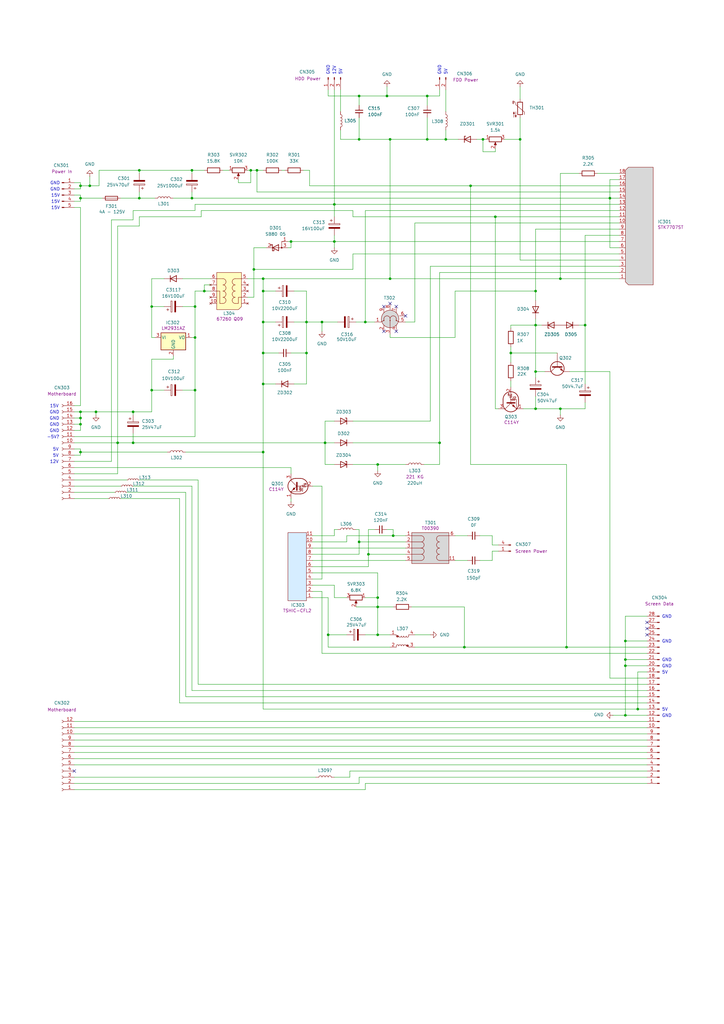
<source format=kicad_sch>
(kicad_sch (version 20250114) (generator "eeschema") (generator_version "9.0")
  (paper "A3" portrait)
  (title_block (title "ZA-M5"))
  (text "5V" (at 271.526 291.084 0) (effects (font (size 1.27 1.27)) (justify left)))
  (text "GND" (at 134.62 30.734 90) (effects (font (size 1.27 1.27)) (justify left)))
  (text "GND" (at 24.384 174.244 0) (effects (font (size 1.27 1.27)) (justify right)))
  (text "GND" (at 24.384 169.164 0) (effects (font (size 1.27 1.27)) (justify right)))
  (text "GND" (at 24.638 75.184 0) (effects (font (size 1.27 1.27)) (justify right)))
  (text "15V" (at 24.638 82.804 0) (effects (font (size 1.27 1.27)) (justify right)))
  (text "-5V?" (at 24.384 179.324 0) (effects (font (size 1.27 1.27)) (justify right)))
  (text "GND" (at 24.638 77.724 0) (effects (font (size 1.27 1.27)) (justify right)))
  (text "GND" (at 24.384 171.704 0) (effects (font (size 1.27 1.27)) (justify right)))
  (text "12V" (at 24.13 189.484 0) (effects (font (size 1.27 1.27)) (justify right)))
  (text "15V" (at 24.638 85.344 0) (effects (font (size 1.27 1.27)) (justify right)))
  (text "5V" (at 24.13 186.944 0) (effects (font (size 1.27 1.27)) (justify right)))
  (text "5V" (at 182.88 30.734 90) (effects (font (size 1.27 1.27)) (justify left)))
  (text "GND" (at 271.526 263.144 0) (effects (font (size 1.27 1.27)) (justify left)))
  (text "GND" (at 271.526 293.624 0) (effects (font (size 1.27 1.27)) (justify left)))
  (text "15V" (at 24.638 80.264 0) (effects (font (size 1.27 1.27)) (justify right)))
  (text "GND" (at 24.384 176.784 0) (effects (font (size 1.27 1.27)) (justify right)))
  (text "GND" (at 271.526 252.984 0) (effects (font (size 1.27 1.27)) (justify left)))
  (text "5V" (at 139.7 30.734 90) (effects (font (size 1.27 1.27)) (justify left)))
  (text "12V" (at 137.16 30.734 90) (effects (font (size 1.27 1.27)) (justify left)))
  (text "5V" (at 24.13 184.404 0) (effects (font (size 1.27 1.27)) (justify right)))
  (text "15V" (at 24.13 166.624 0) (effects (font (size 1.27 1.27)) (justify right)))
  (text "GND" (at 271.526 273.304 0) (effects (font (size 1.27 1.27)) (justify left)))
  (text "5V" (at 271.526 275.844 0) (effects (font (size 1.27 1.27)) (justify left)))
  (text "GND" (at 180.34 30.734 90) (effects (font (size 1.27 1.27)) (justify left)))
  (text "GND" (at 271.526 270.764 0) (effects (font (size 1.27 1.27)) (justify left)))
  (junction (at 125.73 144.78))
  (junction (at 240.03 133.35))
  (junction (at 119.38 99.06))
  (junction (at 213.36 57.15))
  (junction (at 154.94 190.5))
  (junction (at 54.61 181.61))
  (junction (at 256.54 270.51))
  (junction (at 219.71 119.38))
  (junction (at 193.04 76.2))
  (junction (at 83.82 119.38))
  (junction (at 154.94 245.11))
  (junction (at 80.01 160.02))
  (junction (at 147.32 39.37))
  (junction (at 175.26 39.37))
  (junction (at 229.87 114.3))
  (junction (at 48.26 181.61))
  (junction (at 256.54 293.37))
  (junction (at 229.87 167.64))
  (junction (at 147.32 57.15))
  (junction (at 107.95 119.38))
  (junction (at 203.2 88.9))
  (junction (at 250.19 81.28))
  (junction (at 102.87 69.85))
  (junction (at 182.88 57.15))
  (junction (at 180.34 181.61))
  (junction (at 149.86 132.08))
  (junction (at 232.41 265.43))
  (junction (at 134.62 260.35))
  (junction (at 261.62 290.83))
  (junction (at 80.01 125.73))
  (junction (at 190.5 265.43))
  (junction (at 57.15 81.28))
  (junction (at 54.61 168.91))
  (junction (at 256.54 273.05))
  (junction (at 209.55 144.78))
  (junction (at 219.71 133.35))
  (junction (at 161.29 219.71))
  (junction (at 133.35 181.61))
  (junction (at 39.37 168.91))
  (junction (at 78.74 81.28))
  (junction (at 198.12 57.15))
  (junction (at 132.08 132.08))
  (junction (at 33.02 171.45))
  (junction (at 147.32 222.25))
  (junction (at 107.95 157.48))
  (junction (at 107.95 185.42))
  (junction (at 78.74 69.85))
  (junction (at 33.02 185.42))
  (junction (at 107.95 114.3))
  (junction (at 33.02 173.99))
  (junction (at 175.26 57.15))
  (junction (at 154.94 260.35))
  (junction (at 105.41 69.85))
  (junction (at 219.71 152.4))
  (junction (at 33.02 76.2))
  (junction (at 160.02 57.15))
  (junction (at 154.94 248.92))
  (junction (at 219.71 167.64))
  (junction (at 151.13 227.33))
  (junction (at 107.95 132.08))
  (junction (at 57.15 69.85))
  (junction (at 125.73 132.08))
  (junction (at 107.95 144.78))
  (junction (at 256.54 262.89))
  (junction (at 160.02 114.3))
  (junction (at 62.23 125.73))
  (junction (at 33.02 168.91))
  (junction (at 36.83 76.2))
  (junction (at 104.14 110.49))
  (junction (at 137.16 83.82))
  (junction (at 80.01 138.43))
  (junction (at 158.75 39.37))
  (junction (at 137.16 99.06))
  (junction (at 62.23 160.02))
  (junction (at 33.02 81.28))
  (no_connect (at 265.43 257.81))
  (no_connect (at 30.48 316.23))
  (no_connect (at 162.56 135.89))
  (no_connect (at 160.02 124.46))
  (no_connect (at 265.43 260.35))
  (no_connect (at 162.56 125.73))
  (no_connect (at 157.48 135.89))
  (no_connect (at 166.37 129.54))
  (no_connect (at 157.48 125.73))
  (no_connect (at 265.43 255.27))
  (wire (pts (xy 54.61 181.61) (xy 133.35 181.61)))
  (wire (pts (xy 30.48 300.99) (xy 265.43 300.99)))
  (wire (pts (xy 154.94 190.5) (xy 166.37 190.5)))
  (wire (pts (xy 219.71 133.35) (xy 219.71 152.4)))
  (wire (pts (xy 265.43 283.21) (xy 78.74 283.21)))
  (wire (pts (xy 39.37 168.91) (xy 39.37 170.18)))
  (wire (pts (xy 147.32 39.37) (xy 147.32 43.18)))
  (wire (pts (xy 137.16 99.06) (xy 254 99.06)))
  (wire (pts (xy 201.93 226.06) (xy 204.47 226.06)))
  (wire (pts (xy 119.38 191.77) (xy 119.38 194.31)))
  (wire (pts (xy 170.18 91.44) (xy 254 91.44)))
  (wire (pts (xy 219.71 162.56) (xy 219.71 167.64)))
  (wire (pts (xy 149.86 86.36) (xy 149.86 132.08)))
  (wire (pts (xy 137.16 318.77) (xy 143.51 318.77)))
  (wire (pts (xy 251.46 293.37) (xy 256.54 293.37)))
  (wire (pts (xy 137.16 245.11) (xy 142.24 245.11)))
  (wire (pts (xy 128.27 245.11) (xy 134.62 245.11)))
  (wire (pts (xy 170.18 91.44) (xy 170.18 132.08)))
  (wire (pts (xy 107.95 290.83) (xy 261.62 290.83)))
  (wire (pts (xy 133.35 172.72) (xy 137.16 172.72)))
  (wire (pts (xy 80.01 160.02) (xy 80.01 179.07)))
  (wire (pts (xy 160.02 265.43) (xy 134.62 265.43)))
  (wire (pts (xy 33.02 85.09) (xy 30.48 85.09)))
  (wire (pts (xy 119.38 99.06) (xy 137.16 99.06)))
  (wire (pts (xy 128.27 242.57) (xy 132.08 242.57)))
  (wire (pts (xy 101.6 121.92) (xy 104.14 121.92)))
  (wire (pts (xy 203.2 60.96) (xy 203.2 62.23)))
  (wire (pts (xy 33.02 184.15) (xy 33.02 185.42)))
  (wire (pts (xy 144.78 86.36) (xy 82.55 86.36)))
  (wire (pts (xy 151.13 217.17) (xy 151.13 227.33)))
  (wire (pts (xy 245.11 71.12) (xy 254 71.12)))
  (wire (pts (xy 74.93 160.02) (xy 80.01 160.02)))
  (wire (pts (xy 30.48 176.53) (xy 33.02 176.53)))
  (wire (pts (xy 107.95 157.48) (xy 113.03 157.48)))
  (wire (pts (xy 97.79 74.93) (xy 102.87 74.93)))
  (wire (pts (xy 48.26 92.71) (xy 48.26 181.61)))
  (wire (pts (xy 116.84 69.85) (xy 115.57 69.85)))
  (wire (pts (xy 256.54 293.37) (xy 265.43 293.37)))
  (wire (pts (xy 256.54 262.89) (xy 265.43 262.89)))
  (wire (pts (xy 160.02 114.3) (xy 229.87 114.3)))
  (wire (pts (xy 132.08 237.49) (xy 128.27 237.49)))
  (wire (pts (xy 73.66 288.29) (xy 265.43 288.29)))
  (wire (pts (xy 137.16 217.17) (xy 138.43 217.17)))
  (wire (pts (xy 30.48 308.61) (xy 265.43 308.61)))
  (wire (pts (xy 134.62 265.43) (xy 134.62 260.35)))
  (wire (pts (xy 261.62 275.59) (xy 261.62 290.83)))
  (wire (pts (xy 30.48 298.45) (xy 265.43 298.45)))
  (wire (pts (xy 33.02 76.2) (xy 36.83 76.2)))
  (wire (pts (xy 149.86 260.35) (xy 154.94 260.35)))
  (wire (pts (xy 30.48 186.69) (xy 33.02 186.69)))
  (wire (pts (xy 254 106.68) (xy 213.36 106.68)))
  (wire (pts (xy 45.72 90.17) (xy 45.72 189.23)))
  (wire (pts (xy 30.48 181.61) (xy 48.26 181.61)))
  (wire (pts (xy 201.93 226.06) (xy 201.93 229.87)))
  (wire (pts (xy 62.23 114.3) (xy 62.23 125.73)))
  (wire (pts (xy 125.73 132.08) (xy 125.73 144.78)))
  (wire (pts (xy 213.36 35.56) (xy 213.36 40.64)))
  (wire (pts (xy 147.32 318.77) (xy 265.43 318.77)))
  (wire (pts (xy 265.43 275.59) (xy 261.62 275.59)))
  (wire (pts (xy 78.74 69.85) (xy 78.74 71.12)))
  (wire (pts (xy 203.2 62.23) (xy 198.12 62.23)))
  (wire (pts (xy 250.19 101.6) (xy 254 101.6)))
  (wire (pts (xy 240.03 165.1) (xy 240.03 167.64)))
  (wire (pts (xy 128.27 240.03) (xy 137.16 240.03)))
  (wire (pts (xy 219.71 152.4) (xy 223.52 152.4)))
  (wire (pts (xy 146.05 132.08) (xy 149.86 132.08)))
  (wire (pts (xy 119.38 101.6) (xy 119.38 99.06)))
  (wire (pts (xy 102.87 69.85) (xy 102.87 74.93)))
  (wire (pts (xy 154.94 190.5) (xy 154.94 193.04)))
  (wire (pts (xy 104.14 101.6) (xy 104.14 110.49)))
  (wire (pts (xy 201.93 219.71) (xy 201.93 223.52)))
  (wire (pts (xy 232.41 190.5) (xy 232.41 265.43)))
  (wire (pts (xy 134.62 36.83) (xy 134.62 39.37)))
  (wire (pts (xy 107.95 114.3) (xy 160.02 114.3)))
  (wire (pts (xy 196.85 219.71) (xy 201.93 219.71)))
  (wire (pts (xy 33.02 185.42) (xy 33.02 186.69)))
  (wire (pts (xy 105.41 78.74) (xy 105.41 69.85)))
  (wire (pts (xy 180.34 190.5) (xy 173.99 190.5)))
  (wire (pts (xy 256.54 270.51) (xy 256.54 262.89)))
  (wire (pts (xy 182.88 57.15) (xy 187.96 57.15)))
  (wire (pts (xy 250.19 152.4) (xy 250.19 278.13)))
  (wire (pts (xy 209.55 142.24) (xy 209.55 144.78)))
  (wire (pts (xy 80.01 125.73) (xy 80.01 119.38)))
  (wire (pts (xy 30.48 318.77) (xy 129.54 318.77)))
  (wire (pts (xy 33.02 76.2) (xy 33.02 77.47)))
  (wire (pts (xy 82.55 86.36) (xy 82.55 88.9)))
  (wire (pts (xy 107.95 157.48) (xy 107.95 185.42)))
  (wire (pts (xy 240.03 96.52) (xy 254 96.52)))
  (wire (pts (xy 143.51 316.23) (xy 265.43 316.23)))
  (wire (pts (xy 40.64 69.85) (xy 57.15 69.85)))
  (wire (pts (xy 160.02 57.15) (xy 160.02 114.3)))
  (wire (pts (xy 30.48 311.15) (xy 265.43 311.15)))
  (wire (pts (xy 30.48 204.47) (xy 44.45 204.47)))
  (wire (pts (xy 48.26 181.61) (xy 48.26 194.31)))
  (wire (pts (xy 97.79 74.93) (xy 97.79 73.66)))
  (wire (pts (xy 213.36 57.15) (xy 213.36 106.68)))
  (wire (pts (xy 147.32 217.17) (xy 147.32 222.25)))
  (wire (pts (xy 57.15 92.71) (xy 48.26 92.71)))
  (wire (pts (xy 86.36 116.84) (xy 83.82 116.84)))
  (wire (pts (xy 250.19 73.66) (xy 250.19 81.28)))
  (wire (pts (xy 52.07 201.93) (xy 76.2 201.93)))
  (wire (pts (xy 76.2 201.93) (xy 76.2 285.75)))
  (wire (pts (xy 154.94 260.35) (xy 160.02 260.35)))
  (wire (pts (xy 240.03 96.52) (xy 240.03 133.35)))
  (wire (pts (xy 128.27 222.25) (xy 142.24 222.25)))
  (wire (pts (xy 80.01 125.73) (xy 80.01 138.43)))
  (wire (pts (xy 125.73 132.08) (xy 132.08 132.08)))
  (wire (pts (xy 119.38 144.78) (xy 125.73 144.78)))
  (wire (pts (xy 119.38 191.77) (xy 30.48 191.77)))
  (wire (pts (xy 161.29 219.71) (xy 166.37 219.71)))
  (wire (pts (xy 146.05 248.92) (xy 154.94 248.92)))
  (wire (pts (xy 33.02 173.99) (xy 33.02 171.45)))
  (wire (pts (xy 198.12 57.15) (xy 198.12 62.23)))
  (wire (pts (xy 144.78 172.72) (xy 176.53 172.72)))
  (wire (pts (xy 78.74 138.43) (xy 80.01 138.43)))
  (wire (pts (xy 78.74 283.21) (xy 78.74 199.39)))
  (wire (pts (xy 73.66 204.47) (xy 73.66 288.29)))
  (wire (pts (xy 196.85 229.87) (xy 201.93 229.87)))
  (wire (pts (xy 30.48 179.07) (xy 80.01 179.07)))
  (wire (pts (xy 149.86 321.31) (xy 265.43 321.31)))
  (wire (pts (xy 256.54 252.73) (xy 256.54 262.89)))
  (wire (pts (xy 104.14 110.49) (xy 144.78 110.49)))
  (wire (pts (xy 132.08 242.57) (xy 132.08 267.97)))
  (wire (pts (xy 62.23 160.02) (xy 67.31 160.02)))
  (wire (pts (xy 102.87 69.85) (xy 105.41 69.85)))
  (wire (pts (xy 154.94 248.92) (xy 161.29 248.92)))
  (wire (pts (xy 39.37 168.91) (xy 54.61 168.91)))
  (wire (pts (xy 132.08 267.97) (xy 265.43 267.97)))
  (wire (pts (xy 30.48 303.53) (xy 265.43 303.53)))
  (wire (pts (xy 101.6 69.85) (xy 102.87 69.85)))
  (wire (pts (xy 128.27 234.95) (xy 154.94 234.95)))
  (wire (pts (xy 137.16 240.03) (xy 137.16 245.11)))
  (wire (pts (xy 62.23 147.32) (xy 71.12 147.32)))
  (wire (pts (xy 54.61 168.91) (xy 62.23 168.91)))
  (wire (pts (xy 149.86 86.36) (xy 254 86.36)))
  (wire (pts (xy 149.86 245.11) (xy 154.94 245.11)))
  (wire (pts (xy 107.95 119.38) (xy 113.03 119.38)))
  (wire (pts (xy 104.14 110.49) (xy 104.14 121.92)))
  (wire (pts (xy 128.27 199.39) (xy 132.08 199.39)))
  (wire (pts (xy 120.65 119.38) (xy 125.73 119.38)))
  (wire (pts (xy 203.2 167.64) (xy 204.47 167.64)))
  (wire (pts (xy 147.32 48.26) (xy 147.32 57.15)))
  (wire (pts (xy 151.13 227.33) (xy 151.13 232.41)))
  (wire (pts (xy 137.16 217.17) (xy 137.16 219.71)))
  (wire (pts (xy 57.15 88.9) (xy 57.15 92.71)))
  (wire (pts (xy 80.01 83.82) (xy 80.01 86.36)))
  (wire (pts (xy 199.39 57.15) (xy 198.12 57.15)))
  (wire (pts (xy 30.48 168.91) (xy 33.02 168.91)))
  (wire (pts (xy 48.26 194.31) (xy 30.48 194.31)))
  (wire (pts (xy 193.04 190.5) (xy 232.41 190.5)))
  (wire (pts (xy 175.26 57.15) (xy 182.88 57.15)))
  (wire (pts (xy 120.65 132.08) (xy 125.73 132.08)))
  (wire (pts (xy 33.02 85.09) (xy 33.02 166.37)))
  (wire (pts (xy 175.26 48.26) (xy 175.26 57.15)))
  (wire (pts (xy 209.55 134.62) (xy 209.55 133.35)))
  (wire (pts (xy 180.34 111.76) (xy 180.34 181.61)))
  (wire (pts (xy 54.61 90.17) (xy 45.72 90.17)))
  (wire (pts (xy 175.26 39.37) (xy 180.34 39.37)))
  (wire (pts (xy 54.61 168.91) (xy 54.61 170.18)))
  (wire (pts (xy 229.87 71.12) (xy 237.49 71.12)))
  (wire (pts (xy 147.32 222.25) (xy 147.32 227.33)))
  (wire (pts (xy 30.48 295.91) (xy 265.43 295.91)))
  (wire (pts (xy 83.82 119.38) (xy 86.36 119.38)))
  (wire (pts (xy 128.27 227.33) (xy 147.32 227.33)))
  (wire (pts (xy 62.23 125.73) (xy 62.23 138.43)))
  (wire (pts (xy 33.02 80.01) (xy 33.02 81.28)))
  (wire (pts (xy 107.95 132.08) (xy 107.95 144.78)))
  (wire (pts (xy 118.11 101.6) (xy 119.38 101.6)))
  (wire (pts (xy 219.71 133.35) (xy 209.55 133.35)))
  (wire (pts (xy 30.48 173.99) (xy 33.02 173.99)))
  (wire (pts (xy 78.74 78.74) (xy 78.74 81.28)))
  (wire (pts (xy 176.53 109.22) (xy 254 109.22)))
  (wire (pts (xy 62.23 147.32) (xy 62.23 160.02)))
  (wire (pts (xy 180.34 111.76) (xy 254 111.76)))
  (wire (pts (xy 144.78 88.9) (xy 144.78 86.36)))
  (wire (pts (xy 107.95 185.42) (xy 107.95 290.83)))
  (wire (pts (xy 30.48 184.15) (xy 33.02 184.15)))
  (wire (pts (xy 30.48 171.45) (xy 33.02 171.45)))
  (wire (pts (xy 214.63 167.64) (xy 219.71 167.64)))
  (wire (pts (xy 127 76.2) (xy 193.04 76.2)))
  (wire (pts (xy 30.48 74.93) (xy 33.02 74.93)))
  (wire (pts (xy 105.41 78.74) (xy 254 78.74)))
  (wire (pts (xy 193.04 76.2) (xy 193.04 190.5)))
  (wire (pts (xy 201.93 223.52) (xy 204.47 223.52)))
  (wire (pts (xy 54.61 181.61) (xy 54.61 177.8)))
  (wire (pts (xy 133.35 181.61) (xy 137.16 181.61)))
  (wire (pts (xy 107.95 144.78) (xy 107.95 157.48)))
  (wire (pts (xy 134.62 245.11) (xy 134.62 260.35)))
  (wire (pts (xy 36.83 76.2) (xy 40.64 76.2)))
  (wire (pts (xy 134.62 260.35) (xy 142.24 260.35)))
  (wire (pts (xy 180.34 181.61) (xy 180.34 190.5)))
  (wire (pts (xy 119.38 205.74) (xy 119.38 204.47)))
  (wire (pts (xy 250.19 73.66) (xy 254 73.66)))
  (wire (pts (xy 229.87 167.64) (xy 240.03 167.64)))
  (wire (pts (xy 137.16 83.82) (xy 137.16 88.9)))
  (wire (pts (xy 57.15 81.28) (xy 57.15 78.74)))
  (wire (pts (xy 149.86 321.31) (xy 149.86 323.85)))
  (wire (pts (xy 256.54 270.51) (xy 256.54 273.05)))
  (wire (pts (xy 147.32 222.25) (xy 166.37 222.25)))
  (wire (pts (xy 62.23 114.3) (xy 67.31 114.3)))
  (wire (pts (xy 195.58 57.15) (xy 198.12 57.15)))
  (wire (pts (xy 33.02 168.91) (xy 39.37 168.91)))
  (wire (pts (xy 74.93 125.73) (xy 80.01 125.73)))
  (wire (pts (xy 175.26 39.37) (xy 175.26 43.18)))
  (wire (pts (xy 133.35 190.5) (xy 137.16 190.5)))
  (wire (pts (xy 154.94 234.95) (xy 154.94 245.11)))
  (wire (pts (xy 80.01 86.36) (xy 54.61 86.36)))
  (wire (pts (xy 186.69 138.43) (xy 186.69 119.38)))
  (wire (pts (xy 80.01 138.43) (xy 80.01 160.02)))
  (wire (pts (xy 101.6 114.3) (xy 107.95 114.3)))
  (wire (pts (xy 240.03 133.35) (xy 240.03 157.48)))
  (wire (pts (xy 144.78 104.14) (xy 144.78 110.49)))
  (wire (pts (xy 57.15 69.85) (xy 78.74 69.85)))
  (wire (pts (xy 30.48 321.31) (xy 147.32 321.31)))
  (wire (pts (xy 105.41 69.85) (xy 107.95 69.85)))
  (wire (pts (xy 62.23 160.02) (xy 62.23 168.91)))
  (wire (pts (xy 254 83.82) (xy 137.16 83.82)))
  (wire (pts (xy 143.51 318.77) (xy 143.51 316.23)))
  (wire (pts (xy 186.69 219.71) (xy 191.77 219.71)))
  (wire (pts (xy 209.55 144.78) (xy 209.55 148.59)))
  (wire (pts (xy 33.02 173.99) (xy 33.02 176.53)))
  (wire (pts (xy 80.01 119.38) (xy 83.82 119.38)))
  (wire (pts (xy 137.16 101.6) (xy 137.16 99.06)))
  (wire (pts (xy 203.2 88.9) (xy 203.2 167.64)))
  (wire (pts (xy 30.48 196.85) (xy 52.07 196.85)))
  (wire (pts (xy 142.24 219.71) (xy 142.24 222.25)))
  (wire (pts (xy 213.36 57.15) (xy 213.36 48.26)))
  (wire (pts (xy 139.7 36.83) (xy 139.7 45.72)))
  (wire (pts (xy 147.32 57.15) (xy 160.02 57.15)))
  (wire (pts (xy 250.19 81.28) (xy 254 81.28)))
  (wire (pts (xy 154.94 245.11) (xy 154.94 248.92)))
  (wire (pts (xy 30.48 77.47) (xy 33.02 77.47)))
  (wire (pts (xy 256.54 273.05) (xy 265.43 273.05)))
  (wire (pts (xy 186.69 119.38) (xy 219.71 119.38)))
  (wire (pts (xy 62.23 138.43) (xy 63.5 138.43)))
  (wire (pts (xy 256.54 273.05) (xy 256.54 293.37)))
  (wire (pts (xy 151.13 217.17) (xy 153.67 217.17)))
  (wire (pts (xy 168.91 248.92) (xy 190.5 248.92)))
  (wire (pts (xy 250.19 152.4) (xy 233.68 152.4)))
  (wire (pts (xy 125.73 119.38) (xy 125.73 132.08)))
  (wire (pts (xy 49.53 204.47) (xy 73.66 204.47)))
  (wire (pts (xy 137.16 83.82) (xy 80.01 83.82)))
  (wire (pts (xy 62.23 125.73) (xy 67.31 125.73)))
  (wire (pts (xy 78.74 199.39) (xy 54.61 199.39)))
  (wire (pts (xy 30.48 306.07) (xy 265.43 306.07)))
  (wire (pts (xy 144.78 181.61) (xy 180.34 181.61)))
  (wire (pts (xy 83.82 116.84) (xy 83.82 119.38)))
  (wire (pts (xy 232.41 265.43) (xy 265.43 265.43)))
  (wire (pts (xy 128.27 229.87) (xy 166.37 229.87)))
  (wire (pts (xy 209.55 144.78) (xy 228.6 144.78)))
  (wire (pts (xy 176.53 260.35) (xy 170.18 260.35)))
  (wire (pts (xy 160.02 137.16) (xy 160.02 138.43)))
  (wire (pts (xy 158.75 35.56) (xy 158.75 39.37)))
  (wire (pts (xy 107.95 132.08) (xy 113.03 132.08)))
  (wire (pts (xy 137.16 36.83) (xy 137.16 83.82)))
  (wire (pts (xy 154.94 248.92) (xy 154.94 260.35)))
  (wire (pts (xy 107.95 114.3) (xy 107.95 119.38)))
  (wire (pts (xy 209.55 156.21) (xy 209.55 158.75)))
  (wire (pts (xy 250.19 81.28) (xy 250.19 101.6)))
  (wire (pts (xy 74.93 114.3) (xy 86.36 114.3)))
  (wire (pts (xy 186.69 229.87) (xy 191.77 229.87)))
  (wire (pts (xy 219.71 119.38) (xy 219.71 123.19)))
  (wire (pts (xy 133.35 172.72) (xy 133.35 181.61)))
  (wire (pts (xy 132.08 132.08) (xy 132.08 135.89)))
  (wire (pts (xy 147.32 39.37) (xy 158.75 39.37)))
  (wire (pts (xy 30.48 201.93) (xy 46.99 201.93)))
  (wire (pts (xy 250.19 278.13) (xy 265.43 278.13)))
  (wire (pts (xy 132.08 199.39) (xy 132.08 237.49)))
  (wire (pts (xy 33.02 74.93) (xy 33.02 76.2)))
  (wire (pts (xy 128.27 232.41) (xy 151.13 232.41)))
  (wire (pts (xy 30.48 82.55) (xy 33.02 82.55)))
  (wire (pts (xy 137.16 219.71) (xy 128.27 219.71)))
  (wire (pts (xy 45.72 189.23) (xy 30.48 189.23)))
  (wire (pts (xy 240.03 133.35) (xy 237.49 133.35)))
  (wire (pts (xy 182.88 53.34) (xy 182.88 57.15)))
  (wire (pts (xy 147.32 217.17) (xy 146.05 217.17)))
  (wire (pts (xy 190.5 265.43) (xy 232.41 265.43)))
  (wire (pts (xy 127 69.85) (xy 124.46 69.85)))
  (wire (pts (xy 182.88 36.83) (xy 182.88 45.72)))
  (wire (pts (xy 33.02 81.28) (xy 41.91 81.28)))
  (wire (pts (xy 261.62 290.83) (xy 265.43 290.83)))
  (wire (pts (xy 166.37 132.08) (xy 170.18 132.08)))
  (wire (pts (xy 265.43 252.73) (xy 256.54 252.73)))
  (wire (pts (xy 133.35 181.61) (xy 133.35 190.5)))
  (wire (pts (xy 134.62 39.37) (xy 147.32 39.37)))
  (wire (pts (xy 219.71 93.98) (xy 219.71 119.38)))
  (wire (pts (xy 30.48 80.01) (xy 33.02 80.01)))
  (wire (pts (xy 144.78 190.5) (xy 154.94 190.5)))
  (wire (pts (xy 158.75 217.17) (xy 161.29 217.17)))
  (wire (pts (xy 57.15 69.85) (xy 57.15 71.12)))
  (wire (pts (xy 144.78 88.9) (xy 203.2 88.9)))
  (wire (pts (xy 161.29 217.17) (xy 161.29 219.71)))
  (wire (pts (xy 219.71 93.98) (xy 254 93.98)))
  (wire (pts (xy 30.48 323.85) (xy 149.86 323.85)))
  (wire (pts (xy 132.08 132.08) (xy 138.43 132.08)))
  (wire (pts (xy 30.48 313.69) (xy 265.43 313.69)))
  (wire (pts (xy 190.5 265.43) (xy 170.18 265.43)))
  (wire (pts (xy 128.27 224.79) (xy 166.37 224.79)))
  (wire (pts (xy 71.12 147.32) (xy 71.12 146.05)))
  (wire (pts (xy 142.24 219.71) (xy 161.29 219.71)))
  (wire (pts (xy 190.5 248.92) (xy 190.5 265.43)))
  (wire (pts (xy 118.11 99.06) (xy 119.38 99.06)))
  (wire (pts (xy 48.26 181.61) (xy 54.61 181.61)))
  (wire (pts (xy 219.71 130.81) (xy 219.71 133.35)))
  (wire (pts (xy 81.28 196.85) (xy 81.28 280.67)))
  (wire (pts (xy 78.74 81.28) (xy 250.19 81.28)))
  (wire (pts (xy 139.7 57.15) (xy 139.7 53.34)))
  (wire (pts (xy 33.02 171.45) (xy 33.02 168.91)))
  (wire (pts (xy 203.2 88.9) (xy 254 88.9)))
  (wire (pts (xy 76.2 185.42) (xy 107.95 185.42)))
  (wire (pts (xy 54.61 86.36) (xy 54.61 90.17)))
  (wire (pts (xy 40.64 76.2) (xy 40.64 69.85)))
  (wire (pts (xy 36.83 72.39) (xy 36.83 76.2)))
  (wire (pts (xy 229.87 167.64) (xy 229.87 170.18)))
  (wire (pts (xy 160.02 138.43) (xy 186.69 138.43)))
  (wire (pts (xy 176.53 172.72) (xy 176.53 109.22)))
  (wire (pts (xy 149.86 132.08) (xy 153.67 132.08)))
  (wire (pts (xy 229.87 114.3) (xy 229.87 71.12)))
  (wire (pts (xy 193.04 76.2) (xy 254 76.2)))
  (wire (pts (xy 57.15 196.85) (xy 81.28 196.85)))
  (wire (pts (xy 107.95 119.38) (xy 107.95 132.08)))
  (wire (pts (xy 207.01 57.15) (xy 213.36 57.15)))
  (wire (pts (xy 219.71 152.4) (xy 219.71 154.94)))
  (wire (pts (xy 78.74 69.85) (xy 83.82 69.85)))
  (wire (pts (xy 76.2 285.75) (xy 265.43 285.75)))
  (wire (pts (xy 219.71 167.64) (xy 229.87 167.64)))
  (wire (pts (xy 158.75 39.37) (xy 175.26 39.37)))
  (wire (pts (xy 151.13 227.33) (xy 166.37 227.33)))
  (wire (pts (xy 49.53 199.39) (xy 30.48 199.39)))
  (wire (pts (xy 127 76.2) (xy 127 69.85)))
  (wire (pts (xy 109.22 101.6) (xy 104.14 101.6)))
  (wire (pts (xy 147.32 321.31) (xy 147.32 318.77)))
  (wire (pts (xy 71.12 81.28) (xy 78.74 81.28)))
  (wire (pts (xy 254 104.14) (xy 144.78 104.14)))
  (wire (pts (xy 222.25 133.35) (xy 219.71 133.35)))
  (wire (pts (xy 256.54 270.51) (xy 265.43 270.51)))
  (wire (pts (xy 160.02 57.15) (xy 175.26 57.15)))
  (wire (pts (xy 125.73 144.78) (xy 125.73 157.48)))
  (wire (pts (xy 57.15 81.28) (xy 63.5 81.28)))
  (wire (pts (xy 229.87 114.3) (xy 254 114.3)))
  (wire (pts (xy 33.02 81.28) (xy 33.02 82.55)))
  (wire (pts (xy 33.02 185.42) (xy 68.58 185.42)))
  (wire (pts (xy 180.34 36.83) (xy 180.34 39.37)))
  (wire (pts (xy 82.55 88.9) (xy 57.15 88.9)))
  (wire (pts (xy 139.7 57.15) (xy 147.32 57.15)))
  (wire (pts (xy 81.28 280.67) (xy 265.43 280.67)))
  (wire (pts (xy 33.02 166.37) (xy 30.48 166.37)))
  (wire (pts (xy 49.53 81.28) (xy 57.15 81.28)))
  (wire (pts (xy 137.16 96.52) (xy 137.16 99.06)))
  (wire (pts (xy 120.65 157.48) (xy 125.73 157.48)))
  (wire (pts (xy 91.44 69.85) (xy 93.98 69.85)))
  (wire (pts (xy 107.95 144.78) (xy 114.3 144.78)))
  (symbol (lib_id "Device:Q_NPN") (at 228.6 149.86 90) (mirror x) (unit 1)
    (property "Reference" "Q302" (at 229.362 146.812 90) (effects (justify right)))
    (property "Description" "NPN bipolar junction transistor marked 608 G0A" (effects (hide yes)))
  )
  (symbol (lib_id "Device:C_Small") (at 175.26 45.72 0) (mirror y) (unit 1)
    (property "Reference" "C307" (at 172.212 44.45 0) (effects (justify left)))
    (property "Value" "100nF" (at 172.212 46.99 0) (effects (justify left)))
    (property "Description" "Unpolarized capacitor, small symbol" (effects (hide yes)))
  )
  (symbol (lib_id "Device:C_Small") (at 194.31 219.71 270) (unit 1)
    (property "Reference" "C309" (at 194.31 212.852 90))
    (property "Value" "0F" (at 194.31 215.392 90))
    (property "Description" "Unpolarized capacitor, small symbol" (effects (hide yes)))
  )
  (symbol (lib_id "power:GND") (at 119.38 205.74 0) (unit 1)
    (property "Reference" "#PWR09" (effects (hide yes)))
    (property "Value" "GND" (at 119.38 210.82 0))
    (property "Description" "Power symbol creates a global label with name \"GND\" , ground" (effects (hide yes)))
  )
  (symbol (lib_name "Conn_01x02_Pin_1") (lib_id "Connector:Conn_01x02_Pin") (at 209.55 226.06 180) (unit 1)
    (property "Reference" "CN307" (at 214.63 223.266 0))
    (property "Description" "Generic connector, single row, 01x02, script generated" (effects (hide yes)))
    (property "Connection" "Screen Power" (at 217.932 226.06 0))
  )
  (symbol (lib_id "Device:D_Zener") (at 191.77 57.15 0) (unit 1)
    (property "Reference" "ZD301" (at 191.77 50.8 0))
    (property "Value" "D_Zener" (effects (hide yes)))
    (property "Description" "Zener diode" (effects (hide yes)))
  )
  (symbol (lib_id "Zenith_ZA-M5:T302") (at 160.02 130.81 0) (unit 1)
    (property "Reference" "T302" (at 159.766 122.174 0))
  )
  (symbol (lib_id "Device:Fuse") (at 45.72 81.28 90) (mirror x) (unit 1)
    (property "Reference" "F301" (at 45.72 84.582 90))
    (property "Value" "4A - 125V" (at 45.974 86.868 90) (effects (font (thickness 0.1588))))
    (property "Description" "Fuse" (effects (hide yes)))
  )
  (symbol (lib_id "power:GND") (at 137.16 101.6 0) (unit 1)
    (property "Reference" "#PWR04" (effects (hide yes)))
    (property "Value" "GND" (at 137.16 106.68 0))
    (property "Description" "Power symbol creates a global label with name \"GND\" , ground" (effects (hide yes)))
  )
  (symbol (lib_id "Device:C_Small") (at 194.31 229.87 270) (mirror x) (unit 1)
    (property "Reference" "C319" (at 194.31 234.188 90))
    (property "Value" "150pF" (at 194.31 236.982 90))
    (property "Description" "Unpolarized capacitor, small symbol" (effects (hide yes)))
  )
  (symbol (lib_id "power:GND") (at 154.94 193.04 0) (unit 1)
    (property "Reference" "#PWR03" (effects (hide yes)))
    (property "Value" "GND" (at 154.94 198.12 0))
    (property "Description" "Power symbol creates a global label with name \"GND\" , ground" (effects (hide yes)))
  )
  (symbol (lib_id "Device:L") (at 182.88 49.53 0) (unit 1)
    (property "Reference" "L308" (at 177.038 49.784 0) (effects (justify left)))
    (property "Value" "L" (effects (hide yes)))
    (property "Description" "Inductor" (effects (hide yes)))
  )
  (symbol (lib_id "Device:L") (at 139.7 49.53 0) (unit 1)
    (property "Reference" "L305" (at 141.224 49.53 0) (effects (justify left)))
    (property "Value" "L" (effects (hide yes)))
    (property "Description" "Inductor" (effects (hide yes)))
  )
  (symbol (lib_id "Device:R") (at 111.76 69.85 90) (unit 1)
    (property "Reference" "R302" (at 111.76 63.5 90))
    (property "Value" "100K" (at 111.76 66.04 90))
    (property "Description" "Resistor" (effects (hide yes)))
  )
  (symbol (lib_id "Regulator_Linear:LM2931AZ-5.0_TO92") (at 71.12 138.43 0) (unit 1)
    (property "Reference" "IC302" (at 70.866 132.334 0))
    (property "Footprint" "Package_TO_SOT_THT:TO-92_Inline" (effects (hide yes)))
    (property "Datasheet" "http://www.ti.com/lit/ds/symlink/lm2931-n.pdf" (effects (hide yes)))
    (property "Description" "100mA Low drop-out regulator, Fixed Output 5V, TO-92" (effects (hide yes)))
    (property "Marking" "LM2931AZ" (at 71.12 134.62 0))
  )
  (symbol (lib_id "Connector:Conn_01x28_Pin") (at 270.51 288.29 180) (unit 1)
    (property "Reference" "CN304" (at 270.51 245.11 0))
    (property "Description" "Generic connector, single row, 01x28, script generated" (effects (hide yes)))
    (property "Connection" "Screen Data" (at 270.51 247.65 0))
  )
  (symbol (lib_id "Device:R_Potentiometer") (at 146.05 245.11 270) (unit 1)
    (property "Reference" "SVR303" (at 146.05 239.522 90))
    (property "Value" "6.8K" (at 146.05 242.062 90))
    (property "Description" "Potentiometer" (effects (hide yes)))
  )
  (symbol (lib_id "Device:R") (at 165.1 248.92 90) (unit 1)
    (property "Reference" "R304" (at 164.846 243.332 90))
    (property "Value" "2.2K" (at 164.846 245.872 90))
    (property "Description" "Resistor" (effects (hide yes)))
  )
  (symbol (lib_id "Device:C_Polarized") (at 240.03 161.29 0) (mirror y) (unit 1)
    (property "Reference" "C317" (at 236.728 155.956 0))
    (property "Value" "50V4.7uF" (at 234.95 158.496 0))
    (property "Description" "Polarized capacitor" (effects (hide yes)))
  )
  (symbol (lib_id "Device:C_Polarized") (at 71.12 125.73 90) (unit 1)
    (property "Reference" "C311?" (at 71.12 118.872 90))
    (property "Value" "16V100uF" (at 71.12 121.412 90))
    (property "Description" "Polarized capacitor" (effects (hide yes)))
    (property "Notes" "Label not visible - near CN303 pins 9 & 10" (effects (hide yes)))
  )
  (symbol (lib_id "Device:C_Small") (at 116.84 144.78 270) (unit 1)
    (property "Reference" "C305" (at 116.84 149.352 90))
    (property "Value" "100nF" (at 116.84 151.892 90))
    (property "Description" "Unpolarized capacitor, small symbol" (effects (hide yes)))
  )
  (symbol (lib_id "Device:Thermistor_NTC") (at 213.36 44.45 0) (unit 1)
    (property "Reference" "TH301" (at 217.17 44.196 0) (effects (justify left)))
    (property "Value" "Thermistor_NTC" (effects (hide yes)))
    (property "Description" "Temperature dependent resistor, negative temperature coefficient" (effects (hide yes)))
  )
  (symbol (lib_id "Device:L_Small") (at 46.99 204.47 90) (unit 1)
    (property "Reference" "L310" (at 51.816 203.454 90))
    (property "Value" "L_Small" (effects (hide yes)))
    (property "Description" "Inductor, small symbol" (effects (hide yes)))
  )
  (symbol (lib_id "Connector:Conn_01x03_Pin") (at 137.16 31.75 90) (mirror x) (unit 1)
    (property "Reference" "CN305" (at 125.984 29.464 90))
    (property "Description" "Generic connector, single row, 01x03, script generated" (effects (hide yes)))
    (property "Connection" "HDD Power" (at 126.238 32.258 90))
  )
  (symbol (lib_id "Device:L_Small") (at 49.53 201.93 90) (unit 1)
    (property "Reference" "L311" (at 54.356 200.914 90))
    (property "Value" "L_Small" (effects (hide yes)))
    (property "Description" "Inductor, small symbol" (effects (hide yes)))
  )
  (symbol (lib_id "Zenith_ZA-M5:L304") (at 93.98 119.38 90) (unit 1)
    (property "Reference" "L304" (at 93.98 128.524 90))
    (property "Description" "Big yellow coupled inductor" (effects (hide yes)))
    (property "Marking" "67260 Q09" (at 94.234 130.81 90))
  )
  (symbol (lib_id "Device:L") (at 67.31 81.28 90) (unit 1)
    (property "Reference" "L301" (at 69.596 83.566 90) (effects (justify left)))
    (property "Description" "Inductor" (effects (hide yes)))
  )
  (symbol (lib_id "Zenith_ZA-M5:IC303") (at 121.92 232.41 90) (unit 1)
    (property "Reference" "IC303" (at 122.174 248.158 90))
    (property "Marking" "TSHIC-CFL2" (at 121.92 250.444 90))
  )
  (symbol (lib_id "power:GND") (at 229.87 170.18 0) (unit 1)
    (property "Reference" "#PWR06" (effects (hide yes)))
    (property "Value" "GND" (at 229.87 175.26 0))
    (property "Description" "Power symbol creates a global label with name \"GND\" , ground" (effects (hide yes)))
  )
  (symbol (lib_id "Device:L_Small") (at 54.61 196.85 90) (unit 1)
    (property "Reference" "L313" (at 59.436 195.834 90))
    (property "Value" "L_Small" (effects (hide yes)))
    (property "Description" "Inductor, small symbol" (effects (hide yes)))
  )
  (symbol (lib_id "Device:L_Coupled_1423") (at 165.1 262.89 0) (unit 1)
    (property "Reference" "L307" (at 165.1 257.81 0))
    (property "Value" "L_Coupled_1423" (effects (hide yes)))
    (property "Description" "Coupled inductor" (effects (hide yes)))
  )
  (symbol (lib_id "Device:D_Zener") (at 140.97 190.5 0) (mirror y) (unit 1)
    (property "Reference" "ZD304" (at 140.97 186.69 0))
    (property "Value" "D_Zener" (effects (hide yes)))
    (property "Description" "Zener diode" (effects (hide yes)))
  )
  (symbol (lib_id "Zenith_ZA-M5:STK7707ST") (at 261.62 92.71 180) (unit 1)
    (property "Reference" "IC301" (at 269.748 90.932 0) (effects (justify right)))
    (property "Marking" "STK7707ST" (at 269.748 93.218 0) (effects (justify right)))
  )
  (symbol (lib_id "Device:C_Small") (at 147.32 45.72 0) (unit 1)
    (property "Reference" "C315" (at 150.876 44.45 0) (effects (justify left)))
    (property "Value" "100nF" (at 150.876 46.99 0) (effects (justify left)))
    (property "Description" "Unpolarized capacitor, small symbol" (effects (hide yes)))
  )
  (symbol (lib_id "Device:R") (at 241.3 71.12 90) (unit 1)
    (property "Reference" "R305" (at 241.3 64.77 90))
    (property "Value" "2.2K" (at 241.3 67.31 90))
    (property "Description" "Resistor" (effects (hide yes)))
  )
  (symbol (lib_id "Device:C_Small") (at 156.21 217.17 90) (mirror x) (unit 1)
    (property "Reference" "C314" (at 156.21 210.82 90))
    (property "Value" "120nF" (at 156.21 213.36 90))
    (property "Description" "Unpolarized capacitor, small symbol" (effects (hide yes)))
  )
  (symbol (lib_id "Transistor_BJT:DTC114Y") (at 121.92 199.39 0) (mirror y) (unit 1)
    (property "Reference" "Q301" (at 111.252 198.374 0) (effects (justify right)))
    (property "Description" "Digital NPN Transistor, 10k/47k, SOT-23" (effects (hide yes)))
    (property "Marking" "C114Y" (at 110.236 200.66 0) (effects (justify right)))
  )
  (symbol (lib_id "Device:R") (at 120.65 69.85 90) (unit 1)
    (property "Reference" "R301" (at 120.65 63.5 90))
    (property "Value" "33K" (at 120.65 66.04 90))
    (property "Description" "Resistor" (effects (hide yes)))
  )
  (symbol (lib_id "Device:D") (at 219.71 127 270) (mirror x) (unit 1)
    (property "Reference" "D304" (at 214.63 126.746 90))
    (property "Description" "Diode" (effects (hide yes)))
    (property "Sim.Device" "D" (effects (hide yes)))
    (property "Sim.Pins" "1=K 2=A" (effects (hide yes)))
  )
  (symbol (lib_id "power:GND") (at 36.83 72.39 0) (mirror x) (unit 1)
    (property "Reference" "#PWR08" (effects (hide yes)))
    (property "Value" "GND" (at 36.83 67.31 0))
    (property "Description" "Power symbol creates a global label with name \"GND\" , ground" (effects (hide yes)))
  )
  (symbol (lib_id "Device:D") (at 233.68 133.35 0) (mirror y) (unit 1)
    (property "Reference" "D305" (at 231.648 137.16 0) (effects (justify right)))
    (property "Description" "Diode" (effects (hide yes)))
    (property "Sim.Device" "D" (effects (hide yes)))
    (property "Sim.Pins" "1=K 2=A" (effects (hide yes)))
  )
  (symbol (lib_id "Device:D") (at 71.12 114.3 0) (unit 1)
    (property "Reference" "D303" (at 71.12 110.998 0))
    (property "Description" "Diode" (effects (hide yes)))
    (property "Sim.Device" "D" (effects (hide yes)))
    (property "Sim.Pins" "1=K 2=A" (effects (hide yes)))
  )
  (symbol (lib_id "Device:L") (at 170.18 190.5 90) (unit 1)
    (property "Reference" "L303" (at 170.18 193.04 90))
    (property "Value" "220uH" (at 170.18 198.12 90))
    (property "Description" "Inductor" (effects (hide yes)))
    (property "Marking" "221 KG" (at 170.18 195.58 90))
  )
  (symbol (lib_id "Device:C_Polarized") (at 57.15 74.93 180) (unit 1)
    (property "Reference" "C301" (at 53.34 73.152 0) (effects (justify left)))
    (property "Value" "25V470uF" (at 53.34 75.8191 0) (effects (justify left)))
    (property "Description" "Polarized capacitor" (effects (hide yes)))
  )
  (symbol (lib_id "Device:R_Potentiometer") (at 97.79 69.85 90) (mirror x) (unit 1)
    (property "Reference" "SVR302" (at 97.79 63.5 90))
    (property "Value" "10K" (at 97.79 66.04 90))
    (property "Description" "Potentiometer" (effects (hide yes)))
  )
  (symbol (lib_id "power:GND") (at 39.37 170.18 0) (unit 1)
    (property "Reference" "#PWR05" (effects (hide yes)))
    (property "Value" "GND" (at 39.37 175.26 0))
    (property "Description" "Power symbol creates a global label with name \"GND\" , ground" (effects (hide yes)))
  )
  (symbol (lib_id "Device:D_Zener") (at 140.97 172.72 0) (mirror y) (unit 1)
    (property "Reference" "ZD303" (at 140.97 168.91 0))
    (property "Value" "D_Zener" (effects (hide yes)))
    (property "Description" "Zener diode" (effects (hide yes)))
  )
  (symbol (lib_id "Device:C_Polarized") (at 54.61 173.99 0) (unit 1)
    (property "Reference" "C303" (at 58.166 172.72 0) (effects (justify left)))
    (property "Value" "25V47uF" (at 58.166 175.26 0) (effects (justify left)))
    (property "Description" "Polarized capacitor" (effects (hide yes)))
  )
  (symbol (lib_id "Device:C_Polarized") (at 137.16 92.71 0) (unit 1)
    (property "Reference" "C313" (at 133.35 91.186 0) (effects (justify right)))
    (property "Value" "16V100uF" (at 133.35 93.726 0) (effects (justify right)))
    (property "Description" "Polarized capacitor" (effects (hide yes)))
  )
  (symbol (lib_id "Device:R_Potentiometer") (at 203.2 57.15 90) (mirror x) (unit 1)
    (property "Reference" "SVR301" (at 203.2 50.8 90))
    (property "Value" "1.5k" (at 203.2 53.34 90))
    (property "Description" "Potentiometer" (effects (hide yes)))
  )
  (symbol (lib_id "Connector:Conn_01x16_Socket") (at 25.4 186.69 180) (unit 1)
    (property "Reference" "CN303" (at 25.4 159.004 0))
    (property "Description" "Generic connector, single row, 01x16, script generated" (effects (hide yes)))
    (property "Connection" "Motherboard" (at 25.4 161.544 0))
  )
  (symbol (lib_id "Connector:Conn_01x05_Pin") (at 25.4 80.01 0) (unit 1)
    (property "Reference" "CN301" (at 25.146 67.818 0))
    (property "Description" "Generic connector, single row, 01x05, script generated" (effects (hide yes)))
    (property "Connection" "Power In" (at 25.4 70.358 0))
  )
  (symbol (lib_id "Device:D_Zener") (at 226.06 133.35 0) (mirror x) (unit 1)
    (property "Reference" "ZD305" (at 223.266 137.16 0) (effects (justify left)))
    (property "Value" "D_Zener" (effects (hide yes)))
    (property "Description" "Zener diode" (effects (hide yes)))
  )
  (symbol (lib_id "Device:C_Polarized") (at 78.74 74.93 180) (unit 1)
    (property "Reference" "C302" (at 74.93 73.5329 0) (effects (justify left)))
    (property "Value" "25V1000uF" (at 75.184 76.2 0) (effects (justify left)))
    (property "Description" "Polarized capacitor" (effects (hide yes)))
  )
  (symbol (lib_id "Device:C_Polarized") (at 116.84 132.08 90) (unit 1)
    (property "Reference" "C308" (at 116.84 136.652 90))
    (property "Value" "10V2200uF" (at 116.84 139.192 90))
    (property "Description" "Polarized capacitor" (effects (hide yes)))
  )
  (symbol (lib_id "power:GND") (at 158.75 35.56 0) (mirror x) (unit 1)
    (property "Reference" "#PWR016" (effects (hide yes)))
    (property "Value" "GND" (at 158.75 30.48 0))
    (property "Description" "Power symbol creates a global label with name \"GND\" , ground" (effects (hide yes)))
  )
  (symbol (lib_id "Device:L_Small") (at 52.07 199.39 90) (unit 1)
    (property "Reference" "L312" (at 56.896 198.374 90))
    (property "Value" "L_Small" (effects (hide yes)))
    (property "Description" "Inductor, small symbol" (effects (hide yes)))
  )
  (symbol (lib_id "Device:L") (at 133.35 318.77 90) (unit 1)
    (property "Reference" "L309?" (at 133.35 315.976 90))
    (property "Value" "L" (effects (hide yes)))
    (property "Description" "Inductor" (effects (hide yes)))
  )
  (symbol (lib_id "Device:D") (at 140.97 181.61 0) (mirror y) (unit 1)
    (property "Reference" "D302" (at 140.97 177.8 0))
    (property "Description" "Diode" (effects (hide yes)))
    (property "Sim.Device" "D" (effects (hide yes)))
    (property "Sim.Pins" "1=K 2=A" (effects (hide yes)))
  )
  (symbol (lib_id "Device:L") (at 72.39 185.42 270) (mirror x) (unit 1)
    (property "Reference" "L302" (at 72.39 187.706 90))
    (property "Description" "Inductor" (effects (hide yes)))
  )
  (symbol (lib_id "Device:R") (at 87.63 69.85 90) (unit 1)
    (property "Reference" "R303" (at 87.63 63.5 90))
    (property "Value" "15.8K" (at 87.63 66.04 90))
    (property "Description" "Resistor" (effects (hide yes)))
  )
  (symbol (lib_id "power:GND") (at 132.08 135.89 0) (unit 1)
    (property "Reference" "#PWR02" (effects (hide yes)))
    (property "Value" "GND" (at 132.08 140.97 0))
    (property "Description" "Power symbol creates a global label with name \"GND\" , ground" (effects (hide yes)))
  )
  (symbol (lib_id "Connector:Conn_01x02_Pin") (at 180.34 31.75 90) (mirror x) (unit 1)
    (property "Reference" "CN306" (at 193.802 30.226 90) (effects (justify left)))
    (property "Description" "Generic connector, single row, 01x02, script generated" (effects (hide yes)))
    (property "Connection" "FDD Power" (at 191.008 32.766 90))
  )
  (symbol (lib_id "power:GND") (at 213.36 35.56 180) (unit 1)
    (property "Reference" "#PWR015" (effects (hide yes)))
    (property "Value" "GND" (at 213.36 30.48 0))
    (property "Description" "Power symbol creates a global label with name \"GND\" , ground" (effects (hide yes)))
  )
  (symbol (lib_id "Device:L") (at 142.24 217.17 90) (unit 1)
    (property "Reference" "L306" (at 141.986 214.884 90))
    (property "Value" "L" (effects (hide yes)))
    (property "Description" "Inductor" (effects (hide yes)))
  )
  (symbol (lib_id "power:GND") (at 176.53 260.35 90) (unit 1)
    (property "Reference" "#PWR010" (effects (hide yes)))
    (property "Value" "GND" (at 180.34 260.3499 90) (effects (justify right)))
    (property "Description" "Power symbol creates a global label with name \"GND\" , ground" (effects (hide yes)))
  )
  (symbol (lib_id "Device:C_Polarized") (at 142.24 132.08 270) (unit 1)
    (property "Reference" "C316" (at 142.367 137.16 90))
    (property "Value" "50V10uF" (at 142.24 139.192 90))
    (property "Description" "Polarized capacitor" (effects (hide yes)))
  )
  (symbol (lib_id "Device:C_Polarized") (at 116.84 119.38 90) (mirror x) (unit 1)
    (property "Reference" "C310" (at 116.84 123.952 90))
    (property "Value" "10V2200uF" (at 116.84 126.492 90))
    (property "Description" "Polarized capacitor" (effects (hide yes)))
  )
  (symbol (lib_id "power:GND") (at 251.46 293.37 270) (unit 1)
    (property "Reference" "#PWR07" (effects (hide yes)))
    (property "Value" "GND" (at 247.65 293.116 90) (effects (justify right)))
    (property "Description" "Power symbol creates a global label with name \"GND\" , ground" (effects (hide yes)))
  )
  (symbol (lib_id "Device:C_Polarized") (at 71.12 160.02 90) (mirror x) (unit 1)
    (property "Reference" "C312" (at 71.374 152.4 90))
    (property "Value" "10V100uF" (at 71.12 155.194 90))
    (property "Description" "Polarized capacitor" (effects (hide yes)))
    (property "Notes" "Value not fully visible" (effects (hide yes)))
  )
  (symbol (lib_id "Device:D_Schottky_AKA") (at 113.03 101.6 0) (unit 1)
    (property "Reference" "D301" (at 113.03 93.472 0))
    (property "Value" "SB80 05" (at 113.03 96.012 0))
    (property "Description" "Schottky diode, anode on pins 1 and 3" (effects (hide yes)))
  )
  (symbol (lib_id "Connector:Conn_01x12_Socket") (at 25.4 311.15 180) (unit 1)
    (property "Reference" "CN302" (at 25.4 288.29 0))
    (property "Description" "Generic connector, single row, 01x12, script generated" (effects (hide yes)))
    (property "Connection" "Motherboard" (at 25.4 291.084 0))
  )
  (symbol (lib_id "Transistor_BJT:DTC114Y") (at 209.55 165.1 90) (mirror x) (unit 1)
    (property "Reference" "Q303" (at 207.01 170.942 90) (effects (justify right)))
    (property "Description" "Digital NPN Transistor, 10k/47k, SOT-23" (effects (hide yes)))
    (property "Marking" "C114Y" (at 206.756 173.228 90) (effects (justify right)))
  )
  (symbol (lib_id "Device:R") (at 209.55 152.4 0) (unit 1)
    (property "Reference" "R308" (at 214.63 151.13 0))
    (property "Value" "22K" (at 214.122 153.416 0))
    (property "Description" "Resistor" (effects (hide yes)))
  )
  (symbol (lib_id "Device:R") (at 209.55 138.43 0) (unit 1)
    (property "Reference" "R307" (at 214.63 137.16 0))
    (property "Value" "1K" (at 213.36 139.7 0))
    (property "Description" "Resistor" (effects (hide yes)))
  )
  (symbol (lib_id "Device:C_Polarized") (at 146.05 260.35 90) (mirror x) (unit 1)
    (property "Reference" "C306" (at 146.05 254 90))
    (property "Value" "25V47uF" (at 146.304 256.286 90))
    (property "Description" "Polarized capacitor" (effects (hide yes)))
  )
  (symbol (lib_id "Zenith_ZA-M5:T301") (at 176.53 224.79 90) (mirror x) (unit 1)
    (property "Reference" "T301" (at 179.07 214.376 90) (effects (justify left)))
    (property "Description" "Transformer" (effects (hide yes)))
    (property "Marking" "T00390" (at 176.53 216.662 90))
  )
  (symbol (lib_id "Device:C_Polarized") (at 219.71 158.75 0) (mirror y) (unit 1)
    (property "Reference" "C304" (at 222.758 161.798 0))
    (property "Value" "50V47uF" (at 224.536 164.338 0))
    (property "Description" "Polarized capacitor" (effects (hide yes)))
  )
  (symbol (lib_id "Device:D") (at 116.84 157.48 0) (unit 1)
    (property "Reference" "ZD302" (at 116.84 161.036 0))
    (property "Description" "Diode" (effects (hide yes)))
    (property "Sim.Device" "D" (effects (hide yes)))
    (property "Sim.Pins" "1=K 2=A" (effects (hide yes)))
  )
)
</source>
